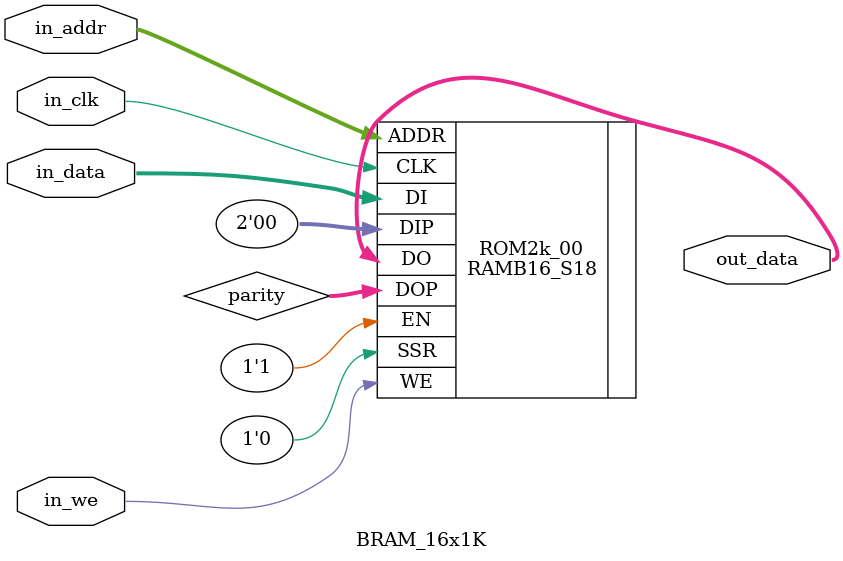
<source format=v>
module BRAM_16x1K(in_clk, in_we, in_addr, in_data, out_data);
    
	input wire in_clk, in_we;
    input wire [9:0] in_addr;
	input wire [15:0] in_data;
    output wire [15:0] out_data;
	
	wire [1:0] parity;

   RAMB16_S18 #(
		.INIT(18'h00000),			// Value of output RAM registers at startup
		.SRVAL(18'h00000),			// Output value upon SSR assertion
		.WRITE_MODE("WRITE_FIRST")	// WRITE_FIRST, READ_FIRST or NO_CHANGE
	) ROM2k_00 (
		.DO(out_data),		// 16-bit Data Output
		.DOP(parity),		// 2-bit parity Output
		.ADDR(in_addr),		// 10-bit Address Input
		.CLK(in_clk),		// Clock
		.DI(in_data),		// 16-bit Data Input
		.DIP(2'b00),		// 2-bit parity Input
		.EN(1'b1),			// RAM Enable Input
		.SSR(1'b0),			// Synchronous Set/Reset Input
		.WE(in_we)			// Write Enable Input
   );

endmodule

</source>
